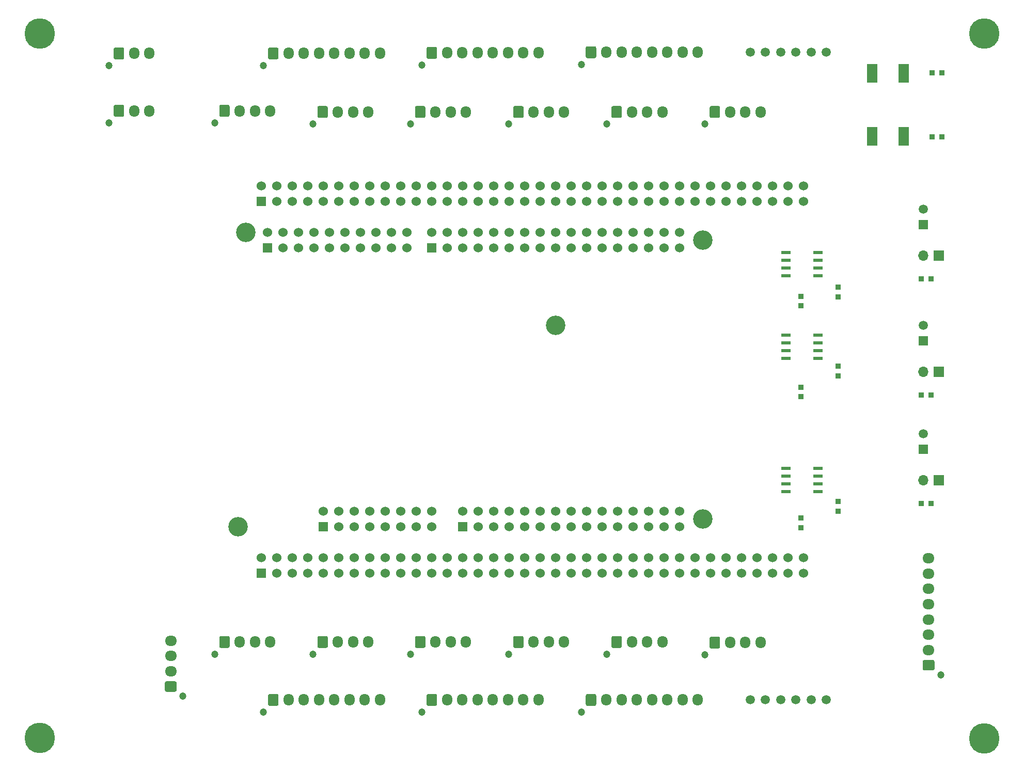
<source format=gbr>
%TF.GenerationSoftware,KiCad,Pcbnew,(5.1.12)-1*%
%TF.CreationDate,2022-02-06T21:24:49-08:00*%
%TF.ProjectId,DriverBoard,44726976-6572-4426-9f61-72642e6b6963,rev?*%
%TF.SameCoordinates,Original*%
%TF.FileFunction,Soldermask,Top*%
%TF.FilePolarity,Negative*%
%FSLAX46Y46*%
G04 Gerber Fmt 4.6, Leading zero omitted, Abs format (unit mm)*
G04 Created by KiCad (PCBNEW (5.1.12)-1) date 2022-02-06 21:24:49*
%MOMM*%
%LPD*%
G01*
G04 APERTURE LIST*
%ADD10C,5.000000*%
%ADD11C,1.200000*%
%ADD12O,1.700000X1.950000*%
%ADD13C,1.530000*%
%ADD14C,3.200000*%
%ADD15R,1.530000X1.530000*%
%ADD16R,0.863600X0.965200*%
%ADD17O,1.950000X1.700000*%
%ADD18C,1.508000*%
%ADD19R,1.508000X1.508000*%
%ADD20R,0.965200X0.863600*%
%ADD21R,1.780000X3.150000*%
%ADD22C,1.498600*%
%ADD23R,1.700000X1.700000*%
%ADD24O,1.700000X1.700000*%
%ADD25R,1.500000X0.600000*%
G04 APERTURE END LIST*
D10*
%TO.C,Hole*%
X75000000Y-157450000D03*
%TD*%
D11*
%TO.C,J25*%
X184100000Y-56800000D03*
D12*
X193200000Y-54800000D03*
X190700000Y-54800000D03*
X188200000Y-54800000D03*
G36*
G01*
X184850000Y-55525000D02*
X184850000Y-54075000D01*
G75*
G02*
X185100000Y-53825000I250000J0D01*
G01*
X186300000Y-53825000D01*
G75*
G02*
X186550000Y-54075000I0J-250000D01*
G01*
X186550000Y-55525000D01*
G75*
G02*
X186300000Y-55775000I-250000J0D01*
G01*
X185100000Y-55775000D01*
G75*
G02*
X184850000Y-55525000I0J250000D01*
G01*
G37*
%TD*%
D11*
%TO.C,J5*%
X135800000Y-56800000D03*
D12*
X144900000Y-54800000D03*
X142400000Y-54800000D03*
X139900000Y-54800000D03*
G36*
G01*
X136550000Y-55525000D02*
X136550000Y-54075000D01*
G75*
G02*
X136800000Y-53825000I250000J0D01*
G01*
X138000000Y-53825000D01*
G75*
G02*
X138250000Y-54075000I0J-250000D01*
G01*
X138250000Y-55525000D01*
G75*
G02*
X138000000Y-55775000I-250000J0D01*
G01*
X136800000Y-55775000D01*
G75*
G02*
X136550000Y-55525000I0J250000D01*
G01*
G37*
%TD*%
D13*
%TO.C,U1*%
X200245000Y-66910000D03*
X200245000Y-69450000D03*
X197705000Y-66910000D03*
X197705000Y-69450000D03*
X195165000Y-66910000D03*
X195165000Y-69450000D03*
X192625000Y-66910000D03*
X192625000Y-69450000D03*
X190085000Y-66910000D03*
X190085000Y-69450000D03*
X187545000Y-66910000D03*
X187545000Y-69450000D03*
X185005000Y-66910000D03*
X185005000Y-69450000D03*
X182465000Y-66910000D03*
X182465000Y-69450000D03*
X179925000Y-66910000D03*
X179925000Y-69450000D03*
X177385000Y-66910000D03*
X177385000Y-69450000D03*
X174845000Y-66910000D03*
X174845000Y-69450000D03*
X172305000Y-66910000D03*
X172305000Y-69450000D03*
X169765000Y-66910000D03*
X169765000Y-69450000D03*
X167225000Y-66910000D03*
X167225000Y-69450000D03*
X164685000Y-66910000D03*
X164685000Y-69450000D03*
X162145000Y-66910000D03*
X162145000Y-69450000D03*
X159605000Y-66910000D03*
X159605000Y-69450000D03*
X157065000Y-66910000D03*
X157065000Y-69450000D03*
X154525000Y-66910000D03*
X154525000Y-69450000D03*
X151985000Y-66910000D03*
X151985000Y-69450000D03*
X149445000Y-66910000D03*
X149445000Y-69450000D03*
X146905000Y-66910000D03*
X146905000Y-69450000D03*
X144365000Y-66910000D03*
X144365000Y-69450000D03*
X141825000Y-66910000D03*
X141825000Y-69450000D03*
X139285000Y-66910000D03*
X139285000Y-69450000D03*
X136745000Y-66910000D03*
X136745000Y-69450000D03*
X134205000Y-66910000D03*
X134205000Y-69450000D03*
X131665000Y-66910000D03*
X131665000Y-69450000D03*
X129125000Y-66910000D03*
X129125000Y-69450000D03*
X126585000Y-66910000D03*
X126585000Y-69450000D03*
X124045000Y-66910000D03*
X124045000Y-69450000D03*
X121505000Y-66910000D03*
X121505000Y-69450000D03*
X118965000Y-66910000D03*
X118965000Y-69450000D03*
X116425000Y-66910000D03*
X116425000Y-69450000D03*
X113885000Y-66910000D03*
X113885000Y-69450000D03*
X179905000Y-74530000D03*
X179905000Y-77070000D03*
X179905000Y-120250000D03*
X179905000Y-122790000D03*
X135201000Y-74530000D03*
X135201000Y-77070000D03*
X132661000Y-74530000D03*
X132661000Y-77070000D03*
X130121000Y-74530000D03*
X130121000Y-77070000D03*
X127581000Y-74530000D03*
X127581000Y-77070000D03*
X125041000Y-74530000D03*
X125041000Y-77070000D03*
X122501000Y-74530000D03*
X122501000Y-77070000D03*
X119961000Y-74530000D03*
X119961000Y-77070000D03*
X117421000Y-74530000D03*
X117421000Y-77070000D03*
X114881000Y-74530000D03*
X114881000Y-77070000D03*
D14*
X107515000Y-122790000D03*
X159585000Y-89770000D03*
X108785000Y-74530000D03*
D13*
X200225000Y-127870000D03*
X200225000Y-130410000D03*
X177365000Y-74530000D03*
X177365000Y-77070000D03*
X174825000Y-74530000D03*
X174825000Y-77070000D03*
X172285000Y-74530000D03*
X172285000Y-77070000D03*
X169745000Y-74530000D03*
X169745000Y-77070000D03*
X167205000Y-74530000D03*
X167205000Y-77070000D03*
X164665000Y-74530000D03*
X164665000Y-77070000D03*
X162125000Y-74530000D03*
X162125000Y-77070000D03*
X159585000Y-74530000D03*
X159585000Y-77070000D03*
D14*
X183715000Y-75800000D03*
D13*
X157045000Y-74530000D03*
X157045000Y-77070000D03*
X154505000Y-74530000D03*
X154505000Y-77070000D03*
X151965000Y-74530000D03*
X151965000Y-77070000D03*
X149425000Y-74530000D03*
X149425000Y-77070000D03*
X146885000Y-74530000D03*
X146885000Y-77070000D03*
X144345000Y-74530000D03*
X144345000Y-77070000D03*
X141805000Y-74530000D03*
X141805000Y-77070000D03*
X139265000Y-74530000D03*
D15*
X139265000Y-77070000D03*
D13*
X112341000Y-74530000D03*
D15*
X112341000Y-77070000D03*
D14*
X183715000Y-121520000D03*
D13*
X177365000Y-120250000D03*
X177365000Y-122790000D03*
X174825000Y-120250000D03*
X174825000Y-122790000D03*
X172285000Y-120250000D03*
X172285000Y-122790000D03*
X169745000Y-120250000D03*
X169745000Y-122790000D03*
X167205000Y-120250000D03*
X167205000Y-122790000D03*
X164665000Y-120250000D03*
X164665000Y-122790000D03*
X162125000Y-120250000D03*
X162125000Y-122790000D03*
X159585000Y-120250000D03*
X159585000Y-122790000D03*
X157045000Y-120250000D03*
X157045000Y-122790000D03*
X154505000Y-120250000D03*
X154505000Y-122790000D03*
X151965000Y-120250000D03*
X151965000Y-122790000D03*
X149425000Y-120250000D03*
X149425000Y-122790000D03*
X146885000Y-120250000D03*
X146885000Y-122790000D03*
X144345000Y-120250000D03*
D15*
X144345000Y-122790000D03*
D13*
X139265000Y-120250000D03*
X139265000Y-122790000D03*
X136725000Y-120250000D03*
X136725000Y-122790000D03*
X134185000Y-120250000D03*
X134185000Y-122790000D03*
X131645000Y-120250000D03*
X131645000Y-122790000D03*
X129105000Y-120250000D03*
X129105000Y-122790000D03*
X126565000Y-120250000D03*
X126565000Y-122790000D03*
X124025000Y-120250000D03*
X124025000Y-122790000D03*
X121485000Y-120250000D03*
D15*
X121485000Y-122790000D03*
D13*
X111345000Y-66910000D03*
D15*
X111345000Y-69450000D03*
D13*
X197685000Y-127870000D03*
X197685000Y-130410000D03*
X195145000Y-127870000D03*
X195145000Y-130410000D03*
X192605000Y-127870000D03*
X192605000Y-130410000D03*
X190065000Y-127870000D03*
X190065000Y-130410000D03*
X187525000Y-127870000D03*
X187525000Y-130410000D03*
X184985000Y-127870000D03*
X184985000Y-130410000D03*
X182445000Y-127870000D03*
X182445000Y-130410000D03*
X179905000Y-127870000D03*
X179905000Y-130410000D03*
X177365000Y-127870000D03*
X177365000Y-130410000D03*
X174825000Y-127870000D03*
X174825000Y-130410000D03*
X172285000Y-127870000D03*
X172285000Y-130410000D03*
X169745000Y-127870000D03*
X169745000Y-130410000D03*
X167205000Y-127870000D03*
X167205000Y-130410000D03*
X164665000Y-127870000D03*
X164665000Y-130410000D03*
X162125000Y-127870000D03*
X162125000Y-130410000D03*
X159585000Y-127870000D03*
X159585000Y-130410000D03*
X157045000Y-127870000D03*
X157045000Y-130410000D03*
X154505000Y-127870000D03*
X154505000Y-130410000D03*
X151965000Y-127870000D03*
X151965000Y-130410000D03*
X149425000Y-127870000D03*
X149425000Y-130410000D03*
X146885000Y-127870000D03*
X146885000Y-130410000D03*
X144345000Y-127870000D03*
X144345000Y-130410000D03*
X141805000Y-127870000D03*
X141805000Y-130410000D03*
X139265000Y-127870000D03*
X139265000Y-130410000D03*
X136725000Y-127870000D03*
X136725000Y-130410000D03*
X134185000Y-127870000D03*
X134185000Y-130410000D03*
X131645000Y-127870000D03*
X131645000Y-130410000D03*
X129105000Y-127870000D03*
X129105000Y-130410000D03*
X126565000Y-127870000D03*
X126565000Y-130410000D03*
X124025000Y-127870000D03*
X124025000Y-130410000D03*
X121485000Y-127870000D03*
X121485000Y-130410000D03*
X118945000Y-127870000D03*
X118945000Y-130410000D03*
X116405000Y-127870000D03*
X116405000Y-130410000D03*
X113865000Y-127870000D03*
X113865000Y-130410000D03*
X111325000Y-127870000D03*
D15*
X111325000Y-130410000D03*
%TD*%
D10*
%TO.C,Hole*%
X229900000Y-41900000D03*
%TD*%
%TO.C,Hole*%
X229900000Y-157500000D03*
%TD*%
D16*
%TO.C,R2*%
X222900000Y-48400000D03*
X221299800Y-48400000D03*
%TD*%
%TO.C,R1*%
X221299800Y-58900000D03*
X222900000Y-58900000D03*
%TD*%
D10*
%TO.C,*%
X75000000Y-41900000D03*
%TD*%
D11*
%TO.C,J30*%
X98500000Y-150600000D03*
D17*
X96500000Y-141500000D03*
X96500000Y-144000000D03*
X96500000Y-146500000D03*
G36*
G01*
X97225000Y-149850000D02*
X95775000Y-149850000D01*
G75*
G02*
X95525000Y-149600000I0J250000D01*
G01*
X95525000Y-148400000D01*
G75*
G02*
X95775000Y-148150000I250000J0D01*
G01*
X97225000Y-148150000D01*
G75*
G02*
X97475000Y-148400000I0J-250000D01*
G01*
X97475000Y-149600000D01*
G75*
G02*
X97225000Y-149850000I-250000J0D01*
G01*
G37*
%TD*%
D11*
%TO.C,J29*%
X151900000Y-56800000D03*
D12*
X161000000Y-54800000D03*
X158500000Y-54800000D03*
X156000000Y-54800000D03*
G36*
G01*
X152650000Y-55525000D02*
X152650000Y-54075000D01*
G75*
G02*
X152900000Y-53825000I250000J0D01*
G01*
X154100000Y-53825000D01*
G75*
G02*
X154350000Y-54075000I0J-250000D01*
G01*
X154350000Y-55525000D01*
G75*
G02*
X154100000Y-55775000I-250000J0D01*
G01*
X152900000Y-55775000D01*
G75*
G02*
X152650000Y-55525000I0J250000D01*
G01*
G37*
%TD*%
D11*
%TO.C,J28*%
X184100000Y-143800000D03*
D12*
X193200000Y-141800000D03*
X190700000Y-141800000D03*
X188200000Y-141800000D03*
G36*
G01*
X184850000Y-142525000D02*
X184850000Y-141075000D01*
G75*
G02*
X185100000Y-140825000I250000J0D01*
G01*
X186300000Y-140825000D01*
G75*
G02*
X186550000Y-141075000I0J-250000D01*
G01*
X186550000Y-142525000D01*
G75*
G02*
X186300000Y-142775000I-250000J0D01*
G01*
X185100000Y-142775000D01*
G75*
G02*
X184850000Y-142525000I0J250000D01*
G01*
G37*
%TD*%
D11*
%TO.C,J27*%
X168000000Y-143700000D03*
D12*
X177100000Y-141700000D03*
X174600000Y-141700000D03*
X172100000Y-141700000D03*
G36*
G01*
X168750000Y-142425000D02*
X168750000Y-140975000D01*
G75*
G02*
X169000000Y-140725000I250000J0D01*
G01*
X170200000Y-140725000D01*
G75*
G02*
X170450000Y-140975000I0J-250000D01*
G01*
X170450000Y-142425000D01*
G75*
G02*
X170200000Y-142675000I-250000J0D01*
G01*
X169000000Y-142675000D01*
G75*
G02*
X168750000Y-142425000I0J250000D01*
G01*
G37*
%TD*%
D11*
%TO.C,J26*%
X151900000Y-143700000D03*
D12*
X161000000Y-141700000D03*
X158500000Y-141700000D03*
X156000000Y-141700000D03*
G36*
G01*
X152650000Y-142425000D02*
X152650000Y-140975000D01*
G75*
G02*
X152900000Y-140725000I250000J0D01*
G01*
X154100000Y-140725000D01*
G75*
G02*
X154350000Y-140975000I0J-250000D01*
G01*
X154350000Y-142425000D01*
G75*
G02*
X154100000Y-142675000I-250000J0D01*
G01*
X152900000Y-142675000D01*
G75*
G02*
X152650000Y-142425000I0J250000D01*
G01*
G37*
%TD*%
D11*
%TO.C,J24*%
X168000000Y-56800000D03*
D12*
X177100000Y-54800000D03*
X174600000Y-54800000D03*
X172100000Y-54800000D03*
G36*
G01*
X168750000Y-55525000D02*
X168750000Y-54075000D01*
G75*
G02*
X169000000Y-53825000I250000J0D01*
G01*
X170200000Y-53825000D01*
G75*
G02*
X170450000Y-54075000I0J-250000D01*
G01*
X170450000Y-55525000D01*
G75*
G02*
X170200000Y-55775000I-250000J0D01*
G01*
X169000000Y-55775000D01*
G75*
G02*
X168750000Y-55525000I0J250000D01*
G01*
G37*
%TD*%
%TO.C,J15*%
G36*
G01*
X221475000Y-146350000D02*
X220025000Y-146350000D01*
G75*
G02*
X219775000Y-146100000I0J250000D01*
G01*
X219775000Y-144900000D01*
G75*
G02*
X220025000Y-144650000I250000J0D01*
G01*
X221475000Y-144650000D01*
G75*
G02*
X221725000Y-144900000I0J-250000D01*
G01*
X221725000Y-146100000D01*
G75*
G02*
X221475000Y-146350000I-250000J0D01*
G01*
G37*
D17*
X220750000Y-143000000D03*
X220750000Y-140500000D03*
X220750000Y-138000000D03*
X220750000Y-135500000D03*
X220750000Y-133000000D03*
X220750000Y-130500000D03*
X220750000Y-128000000D03*
D11*
X222750000Y-147100000D03*
%TD*%
%TO.C,J9*%
X137700000Y-47100000D03*
D12*
X156800000Y-45100000D03*
X154300000Y-45100000D03*
X151800000Y-45100000D03*
X149300000Y-45100000D03*
X146800000Y-45100000D03*
X144300000Y-45100000D03*
X141800000Y-45100000D03*
G36*
G01*
X138450000Y-45825000D02*
X138450000Y-44375000D01*
G75*
G02*
X138700000Y-44125000I250000J0D01*
G01*
X139900000Y-44125000D01*
G75*
G02*
X140150000Y-44375000I0J-250000D01*
G01*
X140150000Y-45825000D01*
G75*
G02*
X139900000Y-46075000I-250000J0D01*
G01*
X138700000Y-46075000D01*
G75*
G02*
X138450000Y-45825000I0J250000D01*
G01*
G37*
%TD*%
D18*
%TO.C,J19*%
X219910000Y-107570000D03*
D19*
X219910000Y-110070000D03*
%TD*%
D11*
%TO.C,J1*%
X103700000Y-56600000D03*
D12*
X112800000Y-54600000D03*
X110300000Y-54600000D03*
X107800000Y-54600000D03*
G36*
G01*
X104450000Y-55325000D02*
X104450000Y-53875000D01*
G75*
G02*
X104700000Y-53625000I250000J0D01*
G01*
X105900000Y-53625000D01*
G75*
G02*
X106150000Y-53875000I0J-250000D01*
G01*
X106150000Y-55325000D01*
G75*
G02*
X105900000Y-55575000I-250000J0D01*
G01*
X104700000Y-55575000D01*
G75*
G02*
X104450000Y-55325000I0J250000D01*
G01*
G37*
%TD*%
D11*
%TO.C,J2*%
X103700000Y-143700000D03*
D12*
X112800000Y-141700000D03*
X110300000Y-141700000D03*
X107800000Y-141700000D03*
G36*
G01*
X104450000Y-142425000D02*
X104450000Y-140975000D01*
G75*
G02*
X104700000Y-140725000I250000J0D01*
G01*
X105900000Y-140725000D01*
G75*
G02*
X106150000Y-140975000I0J-250000D01*
G01*
X106150000Y-142425000D01*
G75*
G02*
X105900000Y-142675000I-250000J0D01*
G01*
X104700000Y-142675000D01*
G75*
G02*
X104450000Y-142425000I0J250000D01*
G01*
G37*
%TD*%
D11*
%TO.C,J3*%
X119800000Y-56800000D03*
D12*
X128900000Y-54800000D03*
X126400000Y-54800000D03*
X123900000Y-54800000D03*
G36*
G01*
X120550000Y-55525000D02*
X120550000Y-54075000D01*
G75*
G02*
X120800000Y-53825000I250000J0D01*
G01*
X122000000Y-53825000D01*
G75*
G02*
X122250000Y-54075000I0J-250000D01*
G01*
X122250000Y-55525000D01*
G75*
G02*
X122000000Y-55775000I-250000J0D01*
G01*
X120800000Y-55775000D01*
G75*
G02*
X120550000Y-55525000I0J250000D01*
G01*
G37*
%TD*%
D11*
%TO.C,J4*%
X119800000Y-143700000D03*
D12*
X128900000Y-141700000D03*
X126400000Y-141700000D03*
X123900000Y-141700000D03*
G36*
G01*
X120550000Y-142425000D02*
X120550000Y-140975000D01*
G75*
G02*
X120800000Y-140725000I250000J0D01*
G01*
X122000000Y-140725000D01*
G75*
G02*
X122250000Y-140975000I0J-250000D01*
G01*
X122250000Y-142425000D01*
G75*
G02*
X122000000Y-142675000I-250000J0D01*
G01*
X120800000Y-142675000D01*
G75*
G02*
X120550000Y-142425000I0J250000D01*
G01*
G37*
%TD*%
D11*
%TO.C,J6*%
X135800000Y-143700000D03*
D12*
X144900000Y-141700000D03*
X142400000Y-141700000D03*
X139900000Y-141700000D03*
G36*
G01*
X136550000Y-142425000D02*
X136550000Y-140975000D01*
G75*
G02*
X136800000Y-140725000I250000J0D01*
G01*
X138000000Y-140725000D01*
G75*
G02*
X138250000Y-140975000I0J-250000D01*
G01*
X138250000Y-142425000D01*
G75*
G02*
X138000000Y-142675000I-250000J0D01*
G01*
X136800000Y-142675000D01*
G75*
G02*
X136550000Y-142425000I0J250000D01*
G01*
G37*
%TD*%
D20*
%TO.C,C5*%
X205940000Y-98100200D03*
X205940000Y-96500000D03*
%TD*%
%TO.C,C1*%
X205940000Y-118649800D03*
X205940000Y-120250000D03*
%TD*%
%TO.C,C2*%
X199800000Y-123000200D03*
X199800000Y-121400000D03*
%TD*%
%TO.C,C3*%
X199800000Y-99899800D03*
X199800000Y-101500000D03*
%TD*%
%TO.C,C4*%
X199800000Y-84999900D03*
X199800000Y-86600100D03*
%TD*%
%TO.C,C6*%
X205940000Y-85130200D03*
X205940000Y-83530000D03*
%TD*%
D21*
%TO.C,D1*%
X216700000Y-58800000D03*
X211470000Y-58800000D03*
%TD*%
%TO.C,D2*%
X211470000Y-48500000D03*
X216700000Y-48500000D03*
%TD*%
D22*
%TO.C,J7*%
X191500002Y-45000000D03*
X194000000Y-45000000D03*
X196500000Y-45000000D03*
X199000000Y-45000000D03*
X201500000Y-45000000D03*
X204000000Y-45000000D03*
%TD*%
%TO.C,J8*%
G36*
G01*
X112450000Y-45925000D02*
X112450000Y-44475000D01*
G75*
G02*
X112700000Y-44225000I250000J0D01*
G01*
X113900000Y-44225000D01*
G75*
G02*
X114150000Y-44475000I0J-250000D01*
G01*
X114150000Y-45925000D01*
G75*
G02*
X113900000Y-46175000I-250000J0D01*
G01*
X112700000Y-46175000D01*
G75*
G02*
X112450000Y-45925000I0J250000D01*
G01*
G37*
D12*
X115800000Y-45200000D03*
X118300000Y-45200000D03*
X120800000Y-45200000D03*
X123300000Y-45200000D03*
X125800000Y-45200000D03*
X128300000Y-45200000D03*
X130800000Y-45200000D03*
D11*
X111700000Y-47200000D03*
%TD*%
%TO.C,J10*%
G36*
G01*
X164550000Y-45725000D02*
X164550000Y-44275000D01*
G75*
G02*
X164800000Y-44025000I250000J0D01*
G01*
X166000000Y-44025000D01*
G75*
G02*
X166250000Y-44275000I0J-250000D01*
G01*
X166250000Y-45725000D01*
G75*
G02*
X166000000Y-45975000I-250000J0D01*
G01*
X164800000Y-45975000D01*
G75*
G02*
X164550000Y-45725000I0J250000D01*
G01*
G37*
D12*
X167900000Y-45000000D03*
X170400000Y-45000000D03*
X172900000Y-45000000D03*
X175400000Y-45000000D03*
X177900000Y-45000000D03*
X180400000Y-45000000D03*
X182900000Y-45000000D03*
D11*
X163800000Y-47000000D03*
%TD*%
%TO.C,J11*%
X111700000Y-153200000D03*
D12*
X130800000Y-151200000D03*
X128300000Y-151200000D03*
X125800000Y-151200000D03*
X123300000Y-151200000D03*
X120800000Y-151200000D03*
X118300000Y-151200000D03*
X115800000Y-151200000D03*
G36*
G01*
X112450000Y-151925000D02*
X112450000Y-150475000D01*
G75*
G02*
X112700000Y-150225000I250000J0D01*
G01*
X113900000Y-150225000D01*
G75*
G02*
X114150000Y-150475000I0J-250000D01*
G01*
X114150000Y-151925000D01*
G75*
G02*
X113900000Y-152175000I-250000J0D01*
G01*
X112700000Y-152175000D01*
G75*
G02*
X112450000Y-151925000I0J250000D01*
G01*
G37*
%TD*%
%TO.C,J12*%
G36*
G01*
X138450000Y-151925000D02*
X138450000Y-150475000D01*
G75*
G02*
X138700000Y-150225000I250000J0D01*
G01*
X139900000Y-150225000D01*
G75*
G02*
X140150000Y-150475000I0J-250000D01*
G01*
X140150000Y-151925000D01*
G75*
G02*
X139900000Y-152175000I-250000J0D01*
G01*
X138700000Y-152175000D01*
G75*
G02*
X138450000Y-151925000I0J250000D01*
G01*
G37*
X141800000Y-151200000D03*
X144300000Y-151200000D03*
X146800000Y-151200000D03*
X149300000Y-151200000D03*
X151800000Y-151200000D03*
X154300000Y-151200000D03*
X156800000Y-151200000D03*
D11*
X137700000Y-153200000D03*
%TD*%
%TO.C,J13*%
X163800000Y-153200000D03*
D12*
X182900000Y-151200000D03*
X180400000Y-151200000D03*
X177900000Y-151200000D03*
X175400000Y-151200000D03*
X172900000Y-151200000D03*
X170400000Y-151200000D03*
X167900000Y-151200000D03*
G36*
G01*
X164550000Y-151925000D02*
X164550000Y-150475000D01*
G75*
G02*
X164800000Y-150225000I250000J0D01*
G01*
X166000000Y-150225000D01*
G75*
G02*
X166250000Y-150475000I0J-250000D01*
G01*
X166250000Y-151925000D01*
G75*
G02*
X166000000Y-152175000I-250000J0D01*
G01*
X164800000Y-152175000D01*
G75*
G02*
X164550000Y-151925000I0J250000D01*
G01*
G37*
%TD*%
D22*
%TO.C,J14*%
X191500002Y-151200000D03*
X194000000Y-151200000D03*
X196500000Y-151200000D03*
X199000000Y-151200000D03*
X201500000Y-151200000D03*
X204000000Y-151200000D03*
%TD*%
D23*
%TO.C,J17*%
X222450000Y-97390000D03*
D24*
X219910000Y-97390000D03*
%TD*%
%TO.C,J18*%
X219910000Y-78340000D03*
D23*
X222450000Y-78340000D03*
%TD*%
D19*
%TO.C,J20*%
X219910000Y-92290000D03*
D18*
X219910000Y-89790000D03*
%TD*%
%TO.C,J21*%
X219910000Y-70740000D03*
D19*
X219910000Y-73240000D03*
%TD*%
D24*
%TO.C,J23*%
X219910000Y-115170000D03*
D23*
X222450000Y-115170000D03*
%TD*%
D16*
%TO.C,R3*%
X221180000Y-118980000D03*
X219579800Y-118980000D03*
%TD*%
%TO.C,R4*%
X221180000Y-101200000D03*
X219579800Y-101200000D03*
%TD*%
%TO.C,R5*%
X219579800Y-82150000D03*
X221180000Y-82150000D03*
%TD*%
D25*
%TO.C,U3*%
X197350000Y-113265000D03*
X197350000Y-114535000D03*
X197350000Y-115805000D03*
X197350000Y-117075000D03*
X202650000Y-117075000D03*
X202650000Y-115805000D03*
X202650000Y-114535000D03*
X202650000Y-113265000D03*
%TD*%
%TO.C,U4*%
X202650000Y-91415000D03*
X202650000Y-92685000D03*
X202650000Y-93955000D03*
X202650000Y-95225000D03*
X197350000Y-95225000D03*
X197350000Y-93955000D03*
X197350000Y-92685000D03*
X197350000Y-91415000D03*
%TD*%
%TO.C,U5*%
X197350000Y-77815000D03*
X197350000Y-79085000D03*
X197350000Y-80355000D03*
X197350000Y-81625000D03*
X202650000Y-81625000D03*
X202650000Y-80355000D03*
X202650000Y-79085000D03*
X202650000Y-77815000D03*
%TD*%
D11*
%TO.C,J31*%
X86400000Y-47200000D03*
D12*
X93000000Y-45200000D03*
X90500000Y-45200000D03*
G36*
G01*
X87150000Y-45925000D02*
X87150000Y-44475000D01*
G75*
G02*
X87400000Y-44225000I250000J0D01*
G01*
X88600000Y-44225000D01*
G75*
G02*
X88850000Y-44475000I0J-250000D01*
G01*
X88850000Y-45925000D01*
G75*
G02*
X88600000Y-46175000I-250000J0D01*
G01*
X87400000Y-46175000D01*
G75*
G02*
X87150000Y-45925000I0J250000D01*
G01*
G37*
%TD*%
%TO.C,J32*%
G36*
G01*
X87150000Y-55325000D02*
X87150000Y-53875000D01*
G75*
G02*
X87400000Y-53625000I250000J0D01*
G01*
X88600000Y-53625000D01*
G75*
G02*
X88850000Y-53875000I0J-250000D01*
G01*
X88850000Y-55325000D01*
G75*
G02*
X88600000Y-55575000I-250000J0D01*
G01*
X87400000Y-55575000D01*
G75*
G02*
X87150000Y-55325000I0J250000D01*
G01*
G37*
X90500000Y-54600000D03*
X93000000Y-54600000D03*
D11*
X86400000Y-56600000D03*
%TD*%
M02*

</source>
